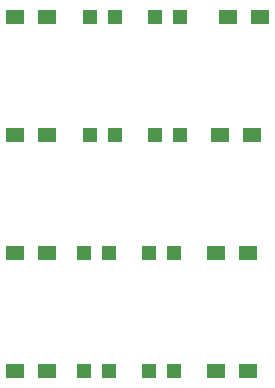
<source format=gbr>
G04 #@! TF.GenerationSoftware,KiCad,Pcbnew,(2016-12-18 revision 3ffa37c)-master*
G04 #@! TF.CreationDate,2017-03-29T20:30:54-07:00*
G04 #@! TF.ProjectId,GameshowV2,47616D6573686F7756322E6B69636164,rev?*
G04 #@! TF.FileFunction,Paste,Top*
G04 #@! TF.FilePolarity,Positive*
%FSLAX46Y46*%
G04 Gerber Fmt 4.6, Leading zero omitted, Abs format (unit mm)*
G04 Created by KiCad (PCBNEW (2016-12-18 revision 3ffa37c)-master) date Wednesday, March 29, 2017 'PMt' 08:30:54 PM*
%MOMM*%
%LPD*%
G01*
G04 APERTURE LIST*
%ADD10C,0.100000*%
%ADD11R,1.198880X1.198880*%
%ADD12R,1.500000X1.300000*%
G04 APERTURE END LIST*
D10*
D11*
X216049020Y-95000000D03*
X213950980Y-95000000D03*
X213950980Y-85000000D03*
X216049020Y-85000000D03*
X216549020Y-75000000D03*
X214450980Y-75000000D03*
X214499980Y-65000000D03*
X216598020Y-65000000D03*
X221549020Y-95000000D03*
X219450980Y-95000000D03*
X219450980Y-85000000D03*
X221549020Y-85000000D03*
X222049020Y-75000000D03*
X219950980Y-75000000D03*
X219999980Y-65000000D03*
X222098020Y-65000000D03*
D12*
X208150000Y-95000000D03*
X210850000Y-95000000D03*
X210850000Y-85000000D03*
X208150000Y-85000000D03*
X208150000Y-75000000D03*
X210850000Y-75000000D03*
X210850000Y-65000000D03*
X208150000Y-65000000D03*
X225150000Y-85000000D03*
X227850000Y-85000000D03*
X228200000Y-75000000D03*
X225500000Y-75000000D03*
X226150000Y-65000000D03*
X228850000Y-65000000D03*
X227850000Y-95000000D03*
X225150000Y-95000000D03*
M02*

</source>
